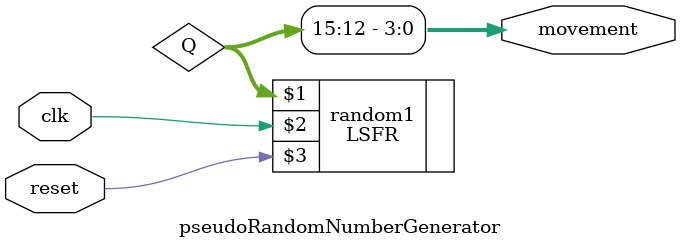
<source format=sv>
module pseudoRandomNumberGenerator(output logic [3:0] movement, input logic clk, reset);
    logic [15:0] Q;
    LSFR random1(Q, clk, reset);
    assign movement = Q[15:12];
endmodule
</source>
